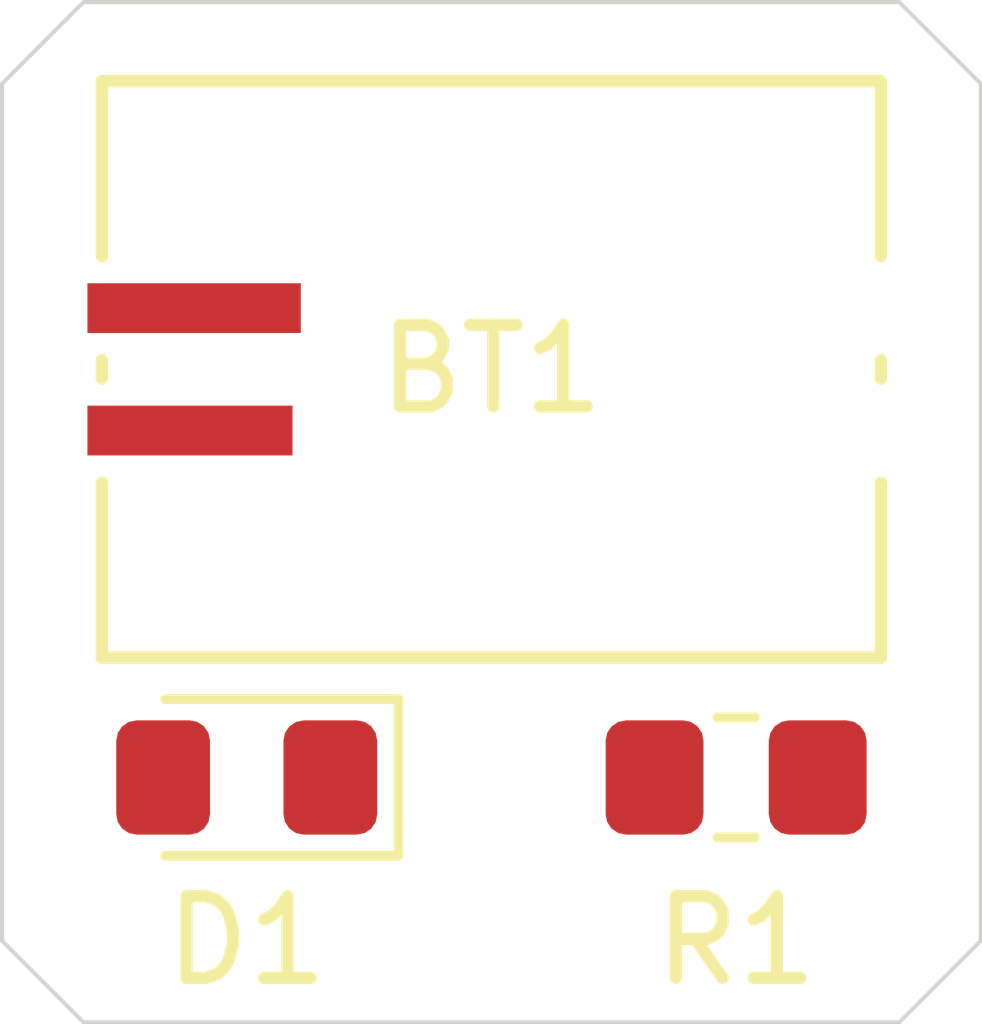
<source format=kicad_pcb>
(kicad_pcb (version 20240108) (generator "pcbnew") (generator_version "8.0")
  (title_block (title "Super Duper LED!") (date "2024-10-09") (rev "69.420.0.0") (company "Formula Slug"))
  (layers (0 "F.Cu" signal) (31 "B.Cu" signal) (34 "B.Paste" user) (35 "F.Paste" user) (36 "B.SilkS" user "B.Silkscreen") (37 "F.SilkS" user "F.Silkscreen") (38 "B.Mask" user) (39 "F.Mask" user) (44 "Edge.Cuts" user))
  (net 0 "")
  (net 1 "Net-(BT1-+)")
  (net 2 "Net-(BT1--)")
  (net 3 "Net-(D1-K)")
  (footprint "LED_SMD:LED_0805_2012Metric_Pad1.15x1.40mm_HandSolder" (layer "F.Cu") (at 222 157 180)
    (property "Reference" "D1" (at 0 -2 180) (layer "F.SilkS"))
    (property "Value" "LED")
    (fp_line (start 1 -0.96) (end -1.86 -0.96) (stroke (width 0.12)) (layer "F.SilkS"))
    (fp_line (start -1.86 0.96) (end 1 0.96) (stroke (width 0.12)) (layer "F.SilkS"))
    (fp_line (start -1.86 -0.96) (end -1.86 0.96) (stroke (width 0.12)) (layer "F.SilkS"))
    (pad "1" smd roundrect (at -1.025 0 180) (size 1.15 1.4) (layers "F.Cu" "F.Paste" "F.Mask") (roundrect_rratio 0.217391) (net 3 "Net-(D1-K)"))
    (pad "2" smd roundrect (at 1.025 0 180) (size 1.15 1.4) (layers "F.Cu" "F.Paste" "F.Mask") (roundrect_rratio 0.217391) (net 1 "Net-(BT1-+)"))
  )
  (footprint "FS_3_Global_Footprint_Library:MS621FE-FL11E_SEC" (layer "F.Cu") (at 225 152)
    (property "Reference" "BT1" (at 0 0 0) (layer "F.SilkS"))
    (property "Value" "Battery_Cell")
    (fp_line (start -4.7752 -3.5306) (end -4.7752 -1.387541) (stroke (width 0.1524)) (layer "F.SilkS"))
    (fp_line (start -4.7752 -0.112461) (end -4.7752 0.112461) (stroke (width 0.1524)) (layer "F.SilkS"))
    (fp_line (start -4.7752 1.387541) (end -4.7752 3.5306) (stroke (width 0.1524)) (layer "F.SilkS"))
    (fp_line (start -4.7752 3.5306) (end 4.7752 3.5306) (stroke (width 0.1524)) (layer "F.SilkS"))
    (fp_line (start 4.7752 -3.5306) (end -4.7752 -3.5306) (stroke (width 0.1524)) (layer "F.SilkS"))
    (fp_line (start 4.7752 -1.387541) (end 4.7752 -3.5306) (stroke (width 0.1524)) (layer "F.SilkS"))
    (fp_line (start 4.7752 0.112461) (end 4.7752 -0.112461) (stroke (width 0.1524)) (layer "F.SilkS"))
    (fp_line (start 4.7752 3.5306) (end 4.7752 1.387541) (stroke (width 0.1524)) (layer "F.SilkS"))
    (pad "1" smd rect (at -3.6449 -0.750001) (size 2.6162 0.6096) (layers "F.Cu" "F.Paste" "F.Mask") (net 1 "Net-(BT1-+)"))
    (pad "2" smd rect (at -3.6957 0.750001) (size 2.5146 0.6096) (layers "F.Cu" "F.Paste" "F.Mask") (net 2 "Net-(BT1--)"))
  )
  (footprint "Resistor_SMD:R_0805_2012Metric_Pad1.20x1.40mm_HandSolder" (layer "F.Cu") (at 228 157)
    (property "Reference" "R1" (at 0 2 360) (layer "F.SilkS"))
    (property "Value" "R_US")
    (fp_line (start -0.227064 -0.735) (end 0.227064 -0.735) (stroke (width 0.12)) (layer "F.SilkS"))
    (fp_line (start -0.227064 0.735) (end 0.227064 0.735) (stroke (width 0.12)) (layer "F.SilkS"))
    (pad "1" smd roundrect (at -1 0) (size 1.2 1.4) (layers "F.Cu" "F.Paste" "F.Mask") (roundrect_rratio 0.208333) (net 3 "Net-(D1-K)"))
    (pad "2" smd roundrect (at 1 0) (size 1.2 1.4) (layers "F.Cu" "F.Paste" "F.Mask") (roundrect_rratio 0.208333) (net 2 "Net-(BT1--)"))
  )
  (gr_line (start 220 147.5) (end 230 147.5) (stroke (width 0.05)) (layer "Edge.Cuts"))
  (gr_line (start 219 159) (end 219 148.5) (stroke (width 0.05)) (layer "Edge.Cuts"))
  (gr_line (start 220 160) (end 219 159) (stroke (width 0.05)) (layer "Edge.Cuts"))
  (gr_line (start 231 159) (end 230 160) (stroke (width 0.05)) (layer "Edge.Cuts"))
  (gr_line (start 231 148.5) (end 231 159) (stroke (width 0.05)) (layer "Edge.Cuts"))
  (gr_line (start 230 147.5) (end 231 148.5) (stroke (width 0.05)) (layer "Edge.Cuts"))
  (gr_line (start 219 148.5) (end 220 147.5) (stroke (width 0.05)) (layer "Edge.Cuts"))
  (gr_line (start 230 160) (end 220 160) (stroke (width 0.05)) (layer "Edge.Cuts"))
  (segment (start 220.642202 151.249999) (end 221.3551 151.249999) (width 0.2) (layer "F.Cu") (net 1))
)
</source>
